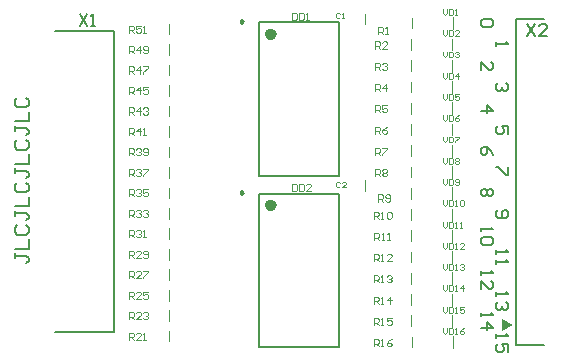
<source format=gto>
G04*
G04 #@! TF.GenerationSoftware,Altium Limited,Altium Designer,19.1.5 (86)*
G04*
G04 Layer_Color=65535*
%FSLAX25Y25*%
%MOIN*%
G70*
G01*
G75*
%ADD10C,0.01968*%
%ADD11C,0.00984*%
%ADD12C,0.00787*%
%ADD13C,0.00394*%
%ADD14C,0.00591*%
%ADD15C,0.00315*%
G36*
X177850Y13555D02*
Y9555D01*
X181350Y11555D01*
X177850Y13555D01*
D02*
G37*
D10*
X101772Y51460D02*
X101279Y52313D01*
X100295D01*
X99803Y51460D01*
X100295Y50608D01*
X101279D01*
X101772Y51460D01*
Y108547D02*
X101279Y109399D01*
X100295D01*
X99803Y108547D01*
X100295Y107694D01*
X101279D01*
X101772Y108547D01*
D11*
X91634Y55752D02*
X90896Y56178D01*
Y55325D01*
X91634Y55752D01*
Y112838D02*
X90896Y113264D01*
Y112412D01*
X91634Y112838D01*
D12*
X182350Y5055D02*
Y113555D01*
X191850D01*
X182350Y5055D02*
X191850D01*
X96850Y4216D02*
X123622D01*
X96850Y55397D02*
X123622D01*
Y4216D02*
Y55397D01*
X96850Y4216D02*
Y55397D01*
X28701Y9252D02*
X48386D01*
Y109646D01*
X28701D02*
X48386D01*
X96850Y61303D02*
Y112484D01*
X123622Y61303D02*
Y112484D01*
X96850D02*
X123622D01*
X96850Y61303D02*
X123622D01*
X15356Y35432D02*
Y33858D01*
Y34645D01*
X19292D01*
X20079Y33858D01*
Y33071D01*
X19292Y32283D01*
X15356Y37006D02*
X20079D01*
Y40155D01*
X16143Y44878D02*
X15356Y44091D01*
Y42516D01*
X16143Y41729D01*
X19292D01*
X20079Y42516D01*
Y44091D01*
X19292Y44878D01*
X15356Y49601D02*
Y48026D01*
Y48814D01*
X19292D01*
X20079Y48026D01*
Y47239D01*
X19292Y46452D01*
X15356Y51175D02*
X20079D01*
Y54324D01*
X16143Y59047D02*
X15356Y58259D01*
Y56685D01*
X16143Y55898D01*
X19292D01*
X20079Y56685D01*
Y58259D01*
X19292Y59047D01*
X15356Y63769D02*
Y62195D01*
Y62982D01*
X19292D01*
X20079Y62195D01*
Y61408D01*
X19292Y60621D01*
X15356Y65344D02*
X20079D01*
Y68492D01*
X16143Y73215D02*
X15356Y72428D01*
Y70854D01*
X16143Y70066D01*
X19292D01*
X20079Y70854D01*
Y72428D01*
X19292Y73215D01*
X15356Y77938D02*
Y76364D01*
Y77151D01*
X19292D01*
X20079Y76364D01*
Y75577D01*
X19292Y74789D01*
X15356Y79512D02*
X20079D01*
Y82661D01*
X16143Y87384D02*
X15356Y86597D01*
Y85022D01*
X16143Y84235D01*
X19292D01*
X20079Y85022D01*
Y86597D01*
X19292Y87384D01*
D13*
X161417Y3905D02*
Y7874D01*
X147736Y4134D02*
Y7677D01*
X132324Y56280D02*
Y59823D01*
X161417Y110205D02*
Y114173D01*
X161319Y53512D02*
Y57480D01*
Y103118D02*
Y107086D01*
Y46425D02*
Y50393D01*
Y96031D02*
Y100000D01*
Y39338D02*
Y43307D01*
Y88945D02*
Y92913D01*
Y32252D02*
Y36220D01*
Y81858D02*
Y85826D01*
Y25165D02*
Y29134D01*
Y74771D02*
Y78740D01*
Y18079D02*
Y22047D01*
Y67685D02*
Y71653D01*
Y10992D02*
Y14961D01*
Y60598D02*
Y64567D01*
X132324Y111852D02*
Y115395D01*
X147638Y11220D02*
Y14764D01*
Y18307D02*
Y21850D01*
Y25394D02*
Y28937D01*
Y32480D02*
Y36023D01*
Y39567D02*
Y43110D01*
Y46653D02*
Y50197D01*
Y53740D02*
Y57283D01*
Y60827D02*
Y64370D01*
Y67913D02*
Y71456D01*
Y75000D02*
Y78543D01*
Y82086D02*
Y85630D01*
Y89173D02*
Y92716D01*
Y96260D02*
Y99803D01*
Y103346D02*
Y106889D01*
X147736Y110433D02*
Y113976D01*
X66929Y26575D02*
Y30118D01*
Y33399D02*
Y36942D01*
Y40223D02*
Y43766D01*
Y47047D02*
Y50591D01*
Y53872D02*
Y57415D01*
Y60696D02*
Y64239D01*
Y67520D02*
Y71063D01*
Y74344D02*
Y77887D01*
Y81168D02*
Y84711D01*
Y87992D02*
Y91535D01*
Y94816D02*
Y98360D01*
Y101640D02*
Y105184D01*
Y108465D02*
Y112008D01*
Y12927D02*
Y16470D01*
Y19751D02*
Y23294D01*
Y6103D02*
Y9646D01*
X107874Y58661D02*
Y56299D01*
X109055D01*
X109448Y56693D01*
Y58267D01*
X109055Y58661D01*
X107874D01*
X110236D02*
Y56299D01*
X111416D01*
X111810Y56693D01*
Y58267D01*
X111416Y58661D01*
X110236D01*
X114171Y56299D02*
X112597D01*
X114171Y57873D01*
Y58267D01*
X113778Y58661D01*
X112990D01*
X112597Y58267D01*
X123753Y59079D02*
X123425Y59407D01*
X122769D01*
X122441Y59079D01*
Y57767D01*
X122769Y57439D01*
X123425D01*
X123753Y57767D01*
X125721Y57439D02*
X124409D01*
X125721Y58751D01*
Y59079D01*
X125393Y59407D01*
X124737D01*
X124409Y59079D01*
X123753Y115419D02*
X123425Y115747D01*
X122769D01*
X122441Y115419D01*
Y114108D01*
X122769Y113779D01*
X123425D01*
X123753Y114108D01*
X124409Y113779D02*
X125065D01*
X124737D01*
Y115747D01*
X124409Y115419D01*
X107874Y115747D02*
Y113386D01*
X109055D01*
X109448Y113779D01*
Y115354D01*
X109055Y115747D01*
X107874D01*
X110236D02*
Y113386D01*
X111416D01*
X111810Y113779D01*
Y115354D01*
X111416Y115747D01*
X110236D01*
X112597Y113386D02*
X113384D01*
X112990D01*
Y115747D01*
X112597Y115354D01*
D14*
X37008Y115353D02*
X39632Y111417D01*
Y115353D02*
X37008Y111417D01*
X40944D02*
X42255D01*
X41600D01*
Y115353D01*
X40944Y114697D01*
X174136Y113583D02*
X174792Y112927D01*
Y111615D01*
X174136Y110959D01*
X171512D01*
X170856Y111615D01*
Y112927D01*
X171512Y113583D01*
X174136D01*
X170866Y29528D02*
Y28216D01*
Y28872D01*
X174802D01*
X174146Y29528D01*
X170866Y23624D02*
Y26248D01*
X173490Y23624D01*
X174146D01*
X174802Y24280D01*
Y25592D01*
X174146Y26248D01*
X170866Y44094D02*
Y42783D01*
Y43439D01*
X174802D01*
X174146Y44094D01*
Y40815D02*
X174802Y40159D01*
Y38847D01*
X174146Y38191D01*
X171522D01*
X170866Y38847D01*
Y40159D01*
X171522Y40815D01*
X174146D01*
X175984Y36614D02*
Y35302D01*
Y35958D01*
X179920D01*
X179264Y36614D01*
X175984Y33334D02*
Y32023D01*
Y32678D01*
X179920D01*
X179264Y33334D01*
X175984Y22441D02*
Y21129D01*
Y21785D01*
X179920D01*
X179264Y22441D01*
Y19161D02*
X179920Y18505D01*
Y17193D01*
X179264Y16537D01*
X178608D01*
X177952Y17193D01*
Y17849D01*
Y17193D01*
X177296Y16537D01*
X176640D01*
X175984Y17193D01*
Y18505D01*
X176640Y19161D01*
X170866Y15748D02*
Y14436D01*
Y15092D01*
X174802D01*
X174146Y15748D01*
X170866Y10500D02*
X174802D01*
X172834Y12468D01*
Y9844D01*
X175984Y8661D02*
Y7350D01*
Y8005D01*
X179920D01*
X179264Y8661D01*
X179920Y2758D02*
Y5382D01*
X177952D01*
X178608Y4070D01*
Y3414D01*
X177952Y2758D01*
X176640D01*
X175984Y3414D01*
Y4726D01*
X176640Y5382D01*
X179920Y64173D02*
Y61549D01*
X179264D01*
X176640Y64173D01*
X175984D01*
Y105905D02*
Y104594D01*
Y105250D01*
X179920D01*
X179264Y105905D01*
X170856Y96643D02*
Y99266D01*
X173480Y96643D01*
X174136D01*
X174792Y97299D01*
Y98611D01*
X174136Y99266D01*
X174792Y68357D02*
X174136Y69668D01*
X172824Y70980D01*
X171512D01*
X170856Y70324D01*
Y69012D01*
X171512Y68357D01*
X172168D01*
X172824Y69012D01*
Y70980D01*
X174136Y57063D02*
X174792Y56407D01*
Y55095D01*
X174136Y54439D01*
X173480D01*
X172824Y55095D01*
X172168Y54439D01*
X171512D01*
X170856Y55095D01*
Y56407D01*
X171512Y57063D01*
X172168D01*
X172824Y56407D01*
X173480Y57063D01*
X174136D01*
X172824Y56407D02*
Y55095D01*
X176640Y50000D02*
X175984Y49344D01*
Y48032D01*
X176640Y47376D01*
X179264D01*
X179920Y48032D01*
Y49344D01*
X179264Y50000D01*
X178608D01*
X177952Y49344D01*
Y47376D01*
X179264Y92126D02*
X179920Y91470D01*
Y90158D01*
X179264Y89502D01*
X178608D01*
X177952Y90158D01*
Y90814D01*
Y90158D01*
X177296Y89502D01*
X176640D01*
X175984Y90158D01*
Y91470D01*
X176640Y92126D01*
X170866Y83072D02*
X174802D01*
X172834Y85039D01*
Y82415D01*
X179920Y75329D02*
Y77953D01*
X177952D01*
X178608Y76641D01*
Y75985D01*
X177952Y75329D01*
X176640D01*
X175984Y75985D01*
Y77297D01*
X176640Y77953D01*
X186221Y111810D02*
X188844Y107874D01*
Y111810D02*
X186221Y107874D01*
X192780D02*
X190156D01*
X192780Y110498D01*
Y111154D01*
X192124Y111810D01*
X190812D01*
X190156Y111154D01*
D15*
X158268Y10629D02*
Y9317D01*
X158924Y8661D01*
X159580Y9317D01*
Y10629D01*
X160236D02*
Y8661D01*
X161220D01*
X161548Y8989D01*
Y10301D01*
X161220Y10629D01*
X160236D01*
X162203Y8661D02*
X162859D01*
X162531D01*
Y10629D01*
X162203Y10301D01*
X165155Y10629D02*
X164499Y10301D01*
X163843Y9645D01*
Y8989D01*
X164171Y8661D01*
X164827D01*
X165155Y8989D01*
Y9317D01*
X164827Y9645D01*
X163843D01*
X135138Y4527D02*
Y6889D01*
X136319D01*
X136712Y6495D01*
Y5708D01*
X136319Y5315D01*
X135138D01*
X135925D02*
X136712Y4527D01*
X137499D02*
X138287D01*
X137893D01*
Y6889D01*
X137499Y6495D01*
X141042Y6889D02*
X140254Y6495D01*
X139467Y5708D01*
Y4921D01*
X139861Y4527D01*
X140648D01*
X141042Y4921D01*
Y5315D01*
X140648Y5708D01*
X139467D01*
X158268Y17716D02*
Y16404D01*
X158924Y15748D01*
X159580Y16404D01*
Y17716D01*
X160236D02*
Y15748D01*
X161220D01*
X161548Y16076D01*
Y17388D01*
X161220Y17716D01*
X160236D01*
X162203Y15748D02*
X162859D01*
X162531D01*
Y17716D01*
X162203Y17388D01*
X165155Y17716D02*
X163843D01*
Y16732D01*
X164499Y17060D01*
X164827D01*
X165155Y16732D01*
Y16076D01*
X164827Y15748D01*
X164171D01*
X163843Y16076D01*
X158268Y24802D02*
Y23491D01*
X158924Y22835D01*
X159580Y23491D01*
Y24802D01*
X160236D02*
Y22835D01*
X161220D01*
X161548Y23163D01*
Y24475D01*
X161220Y24802D01*
X160236D01*
X162203Y22835D02*
X162859D01*
X162531D01*
Y24802D01*
X162203Y24475D01*
X164827Y22835D02*
Y24802D01*
X163843Y23819D01*
X165155D01*
X158268Y31889D02*
Y30577D01*
X158924Y29921D01*
X159580Y30577D01*
Y31889D01*
X160236D02*
Y29921D01*
X161220D01*
X161548Y30249D01*
Y31561D01*
X161220Y31889D01*
X160236D01*
X162203Y29921D02*
X162859D01*
X162531D01*
Y31889D01*
X162203Y31561D01*
X163843D02*
X164171Y31889D01*
X164827D01*
X165155Y31561D01*
Y31233D01*
X164827Y30905D01*
X164499D01*
X164827D01*
X165155Y30577D01*
Y30249D01*
X164827Y29921D01*
X164171D01*
X163843Y30249D01*
X158268Y38976D02*
Y37664D01*
X158924Y37008D01*
X159580Y37664D01*
Y38976D01*
X160236D02*
Y37008D01*
X161220D01*
X161548Y37336D01*
Y38648D01*
X161220Y38976D01*
X160236D01*
X162203Y37008D02*
X162859D01*
X162531D01*
Y38976D01*
X162203Y38648D01*
X165155Y37008D02*
X163843D01*
X165155Y38320D01*
Y38648D01*
X164827Y38976D01*
X164171D01*
X163843Y38648D01*
X158268Y46062D02*
Y44750D01*
X158924Y44094D01*
X159580Y44750D01*
Y46062D01*
X160236D02*
Y44094D01*
X161220D01*
X161548Y44422D01*
Y45734D01*
X161220Y46062D01*
X160236D01*
X162203Y44094D02*
X162859D01*
X162531D01*
Y46062D01*
X162203Y45734D01*
X163843Y44094D02*
X164499D01*
X164171D01*
Y46062D01*
X163843Y45734D01*
X158268Y53149D02*
Y51837D01*
X158924Y51181D01*
X159580Y51837D01*
Y53149D01*
X160236D02*
Y51181D01*
X161220D01*
X161548Y51509D01*
Y52821D01*
X161220Y53149D01*
X160236D01*
X162203Y51181D02*
X162859D01*
X162531D01*
Y53149D01*
X162203Y52821D01*
X163843D02*
X164171Y53149D01*
X164827D01*
X165155Y52821D01*
Y51509D01*
X164827Y51181D01*
X164171D01*
X163843Y51509D01*
Y52821D01*
X158268Y60236D02*
Y58924D01*
X158924Y58268D01*
X159580Y58924D01*
Y60236D01*
X160236D02*
Y58268D01*
X161220D01*
X161548Y58596D01*
Y59908D01*
X161220Y60236D01*
X160236D01*
X162203Y58596D02*
X162531Y58268D01*
X163187D01*
X163515Y58596D01*
Y59908D01*
X163187Y60236D01*
X162531D01*
X162203Y59908D01*
Y59579D01*
X162531Y59252D01*
X163515D01*
X158268Y67322D02*
Y66010D01*
X158924Y65354D01*
X159580Y66010D01*
Y67322D01*
X160236D02*
Y65354D01*
X161220D01*
X161548Y65682D01*
Y66994D01*
X161220Y67322D01*
X160236D01*
X162203Y66994D02*
X162531Y67322D01*
X163187D01*
X163515Y66994D01*
Y66666D01*
X163187Y66338D01*
X163515Y66010D01*
Y65682D01*
X163187Y65354D01*
X162531D01*
X162203Y65682D01*
Y66010D01*
X162531Y66338D01*
X162203Y66666D01*
Y66994D01*
X162531Y66338D02*
X163187D01*
X158268Y74409D02*
Y73097D01*
X158924Y72441D01*
X159580Y73097D01*
Y74409D01*
X160236D02*
Y72441D01*
X161220D01*
X161548Y72769D01*
Y74081D01*
X161220Y74409D01*
X160236D01*
X162203D02*
X163515D01*
Y74081D01*
X162203Y72769D01*
Y72441D01*
X158268Y81495D02*
Y80183D01*
X158924Y79527D01*
X159580Y80183D01*
Y81495D01*
X160236D02*
Y79527D01*
X161220D01*
X161548Y79855D01*
Y81167D01*
X161220Y81495D01*
X160236D01*
X163515D02*
X162859Y81167D01*
X162203Y80511D01*
Y79855D01*
X162531Y79527D01*
X163187D01*
X163515Y79855D01*
Y80183D01*
X163187Y80511D01*
X162203D01*
X158268Y88582D02*
Y87270D01*
X158924Y86614D01*
X159580Y87270D01*
Y88582D01*
X160236D02*
Y86614D01*
X161220D01*
X161548Y86942D01*
Y88254D01*
X161220Y88582D01*
X160236D01*
X163515D02*
X162203D01*
Y87598D01*
X162859Y87926D01*
X163187D01*
X163515Y87598D01*
Y86942D01*
X163187Y86614D01*
X162531D01*
X162203Y86942D01*
X158268Y95669D02*
Y94357D01*
X158924Y93701D01*
X159580Y94357D01*
Y95669D01*
X160236D02*
Y93701D01*
X161220D01*
X161548Y94029D01*
Y95341D01*
X161220Y95669D01*
X160236D01*
X163187Y93701D02*
Y95669D01*
X162203Y94685D01*
X163515D01*
X158268Y102755D02*
Y101443D01*
X158924Y100787D01*
X159580Y101443D01*
Y102755D01*
X160236D02*
Y100787D01*
X161220D01*
X161548Y101115D01*
Y102427D01*
X161220Y102755D01*
X160236D01*
X162203Y102427D02*
X162531Y102755D01*
X163187D01*
X163515Y102427D01*
Y102099D01*
X163187Y101771D01*
X162859D01*
X163187D01*
X163515Y101443D01*
Y101115D01*
X163187Y100787D01*
X162531D01*
X162203Y101115D01*
X158268Y109842D02*
Y108530D01*
X158924Y107874D01*
X159580Y108530D01*
Y109842D01*
X160236D02*
Y107874D01*
X161220D01*
X161548Y108202D01*
Y109514D01*
X161220Y109842D01*
X160236D01*
X163515Y107874D02*
X162203D01*
X163515Y109186D01*
Y109514D01*
X163187Y109842D01*
X162531D01*
X162203Y109514D01*
X158268Y116928D02*
Y115617D01*
X158924Y114961D01*
X159580Y115617D01*
Y116928D01*
X160236D02*
Y114961D01*
X161220D01*
X161548Y115288D01*
Y116600D01*
X161220Y116928D01*
X160236D01*
X162203Y114961D02*
X162859D01*
X162531D01*
Y116928D01*
X162203Y116600D01*
X135138Y11614D02*
Y13976D01*
X136319D01*
X136712Y13582D01*
Y12795D01*
X136319Y12401D01*
X135138D01*
X135925D02*
X136712Y11614D01*
X137499D02*
X138287D01*
X137893D01*
Y13976D01*
X137499Y13582D01*
X141042Y13976D02*
X139467D01*
Y12795D01*
X140254Y13188D01*
X140648D01*
X141042Y12795D01*
Y12008D01*
X140648Y11614D01*
X139861D01*
X139467Y12008D01*
X135138Y18701D02*
Y21062D01*
X136319D01*
X136712Y20669D01*
Y19881D01*
X136319Y19488D01*
X135138D01*
X135925D02*
X136712Y18701D01*
X137499D02*
X138287D01*
X137893D01*
Y21062D01*
X137499Y20669D01*
X140648Y18701D02*
Y21062D01*
X139467Y19881D01*
X141042D01*
X135138Y25787D02*
Y28149D01*
X136319D01*
X136712Y27755D01*
Y26968D01*
X136319Y26575D01*
X135138D01*
X135925D02*
X136712Y25787D01*
X137499D02*
X138287D01*
X137893D01*
Y28149D01*
X137499Y27755D01*
X139467D02*
X139861Y28149D01*
X140648D01*
X141042Y27755D01*
Y27362D01*
X140648Y26968D01*
X140254D01*
X140648D01*
X141042Y26575D01*
Y26181D01*
X140648Y25787D01*
X139861D01*
X139467Y26181D01*
X135138Y32874D02*
Y35235D01*
X136319D01*
X136712Y34842D01*
Y34055D01*
X136319Y33661D01*
X135138D01*
X135925D02*
X136712Y32874D01*
X137499D02*
X138287D01*
X137893D01*
Y35235D01*
X137499Y34842D01*
X141042Y32874D02*
X139467D01*
X141042Y34448D01*
Y34842D01*
X140648Y35235D01*
X139861D01*
X139467Y34842D01*
X135335Y39961D02*
Y42322D01*
X136515D01*
X136909Y41928D01*
Y41141D01*
X136515Y40748D01*
X135335D01*
X136122D02*
X136909Y39961D01*
X137696D02*
X138483D01*
X138090D01*
Y42322D01*
X137696Y41928D01*
X139664Y39961D02*
X140451D01*
X140058D01*
Y42322D01*
X139664Y41928D01*
X135138Y47047D02*
Y49409D01*
X136319D01*
X136712Y49015D01*
Y48228D01*
X136319Y47834D01*
X135138D01*
X135925D02*
X136712Y47047D01*
X137499D02*
X138287D01*
X137893D01*
Y49409D01*
X137499Y49015D01*
X139467D02*
X139861Y49409D01*
X140648D01*
X141042Y49015D01*
Y47441D01*
X140648Y47047D01*
X139861D01*
X139467Y47441D01*
Y49015D01*
X136614Y52756D02*
Y55117D01*
X137795D01*
X138189Y54724D01*
Y53937D01*
X137795Y53543D01*
X136614D01*
X137401D02*
X138189Y52756D01*
X138976Y53149D02*
X139369Y52756D01*
X140156D01*
X140550Y53149D01*
Y54724D01*
X140156Y55117D01*
X139369D01*
X138976Y54724D01*
Y54330D01*
X139369Y53937D01*
X140550D01*
X135630Y61220D02*
Y63582D01*
X136811D01*
X137204Y63188D01*
Y62401D01*
X136811Y62007D01*
X135630D01*
X136417D02*
X137204Y61220D01*
X137991Y63188D02*
X138385Y63582D01*
X139172D01*
X139566Y63188D01*
Y62795D01*
X139172Y62401D01*
X139566Y62007D01*
Y61614D01*
X139172Y61220D01*
X138385D01*
X137991Y61614D01*
Y62007D01*
X138385Y62401D01*
X137991Y62795D01*
Y63188D01*
X138385Y62401D02*
X139172D01*
X135630Y68307D02*
Y70668D01*
X136811D01*
X137204Y70275D01*
Y69488D01*
X136811Y69094D01*
X135630D01*
X136417D02*
X137204Y68307D01*
X137991Y70668D02*
X139566D01*
Y70275D01*
X137991Y68701D01*
Y68307D01*
X135630Y75394D02*
Y77755D01*
X136811D01*
X137204Y77362D01*
Y76574D01*
X136811Y76181D01*
X135630D01*
X136417D02*
X137204Y75394D01*
X139566Y77755D02*
X138779Y77362D01*
X137991Y76574D01*
Y75787D01*
X138385Y75394D01*
X139172D01*
X139566Y75787D01*
Y76181D01*
X139172Y76574D01*
X137991D01*
X135630Y82480D02*
Y84842D01*
X136811D01*
X137204Y84448D01*
Y83661D01*
X136811Y83267D01*
X135630D01*
X136417D02*
X137204Y82480D01*
X139566Y84842D02*
X137991D01*
Y83661D01*
X138779Y84054D01*
X139172D01*
X139566Y83661D01*
Y82874D01*
X139172Y82480D01*
X138385D01*
X137991Y82874D01*
X135630Y89567D02*
Y91928D01*
X136811D01*
X137204Y91535D01*
Y90747D01*
X136811Y90354D01*
X135630D01*
X136417D02*
X137204Y89567D01*
X139172D02*
Y91928D01*
X137991Y90747D01*
X139566D01*
X135630Y96653D02*
Y99015D01*
X136811D01*
X137204Y98621D01*
Y97834D01*
X136811Y97441D01*
X135630D01*
X136417D02*
X137204Y96653D01*
X137991Y98621D02*
X138385Y99015D01*
X139172D01*
X139566Y98621D01*
Y98228D01*
X139172Y97834D01*
X138779D01*
X139172D01*
X139566Y97441D01*
Y97047D01*
X139172Y96653D01*
X138385D01*
X137991Y97047D01*
X135630Y103740D02*
Y106102D01*
X136811D01*
X137204Y105708D01*
Y104921D01*
X136811Y104527D01*
X135630D01*
X136417D02*
X137204Y103740D01*
X139566D02*
X137991D01*
X139566Y105314D01*
Y105708D01*
X139172Y106102D01*
X138385D01*
X137991Y105708D01*
X136614Y108547D02*
Y110908D01*
X137795D01*
X138189Y110515D01*
Y109728D01*
X137795Y109334D01*
X136614D01*
X137401D02*
X138189Y108547D01*
X138976D02*
X139763D01*
X139369D01*
Y110908D01*
X138976Y110515D01*
X53543Y27165D02*
Y29527D01*
X54724D01*
X55118Y29133D01*
Y28346D01*
X54724Y27953D01*
X53543D01*
X54330D02*
X55118Y27165D01*
X57479D02*
X55905D01*
X57479Y28740D01*
Y29133D01*
X57086Y29527D01*
X56298D01*
X55905Y29133D01*
X58266Y29527D02*
X59841D01*
Y29133D01*
X58266Y27559D01*
Y27165D01*
X53543Y33990D02*
Y36351D01*
X54724D01*
X55118Y35957D01*
Y35170D01*
X54724Y34777D01*
X53543D01*
X54330D02*
X55118Y33990D01*
X57479D02*
X55905D01*
X57479Y35564D01*
Y35957D01*
X57086Y36351D01*
X56298D01*
X55905Y35957D01*
X58266Y34383D02*
X58660Y33990D01*
X59447D01*
X59841Y34383D01*
Y35957D01*
X59447Y36351D01*
X58660D01*
X58266Y35957D01*
Y35564D01*
X58660Y35170D01*
X59841D01*
X53543Y40814D02*
Y43175D01*
X54724D01*
X55118Y42782D01*
Y41994D01*
X54724Y41601D01*
X53543D01*
X54330D02*
X55118Y40814D01*
X55905Y42782D02*
X56298Y43175D01*
X57086D01*
X57479Y42782D01*
Y42388D01*
X57086Y41994D01*
X56692D01*
X57086D01*
X57479Y41601D01*
Y41207D01*
X57086Y40814D01*
X56298D01*
X55905Y41207D01*
X58266Y40814D02*
X59053D01*
X58660D01*
Y43175D01*
X58266Y42782D01*
X53543Y47638D02*
Y49999D01*
X54724D01*
X55118Y49606D01*
Y48818D01*
X54724Y48425D01*
X53543D01*
X54330D02*
X55118Y47638D01*
X55905Y49606D02*
X56298Y49999D01*
X57086D01*
X57479Y49606D01*
Y49212D01*
X57086Y48818D01*
X56692D01*
X57086D01*
X57479Y48425D01*
Y48031D01*
X57086Y47638D01*
X56298D01*
X55905Y48031D01*
X58266Y49606D02*
X58660Y49999D01*
X59447D01*
X59841Y49606D01*
Y49212D01*
X59447Y48818D01*
X59053D01*
X59447D01*
X59841Y48425D01*
Y48031D01*
X59447Y47638D01*
X58660D01*
X58266Y48031D01*
X53543Y54462D02*
Y56823D01*
X54724D01*
X55118Y56430D01*
Y55643D01*
X54724Y55249D01*
X53543D01*
X54330D02*
X55118Y54462D01*
X55905Y56430D02*
X56298Y56823D01*
X57086D01*
X57479Y56430D01*
Y56036D01*
X57086Y55643D01*
X56692D01*
X57086D01*
X57479Y55249D01*
Y54856D01*
X57086Y54462D01*
X56298D01*
X55905Y54856D01*
X59841Y56823D02*
X58266D01*
Y55643D01*
X59053Y56036D01*
X59447D01*
X59841Y55643D01*
Y54856D01*
X59447Y54462D01*
X58660D01*
X58266Y54856D01*
X53543Y61286D02*
Y63648D01*
X54724D01*
X55118Y63254D01*
Y62467D01*
X54724Y62073D01*
X53543D01*
X54330D02*
X55118Y61286D01*
X55905Y63254D02*
X56298Y63648D01*
X57086D01*
X57479Y63254D01*
Y62860D01*
X57086Y62467D01*
X56692D01*
X57086D01*
X57479Y62073D01*
Y61680D01*
X57086Y61286D01*
X56298D01*
X55905Y61680D01*
X58266Y63648D02*
X59841D01*
Y63254D01*
X58266Y61680D01*
Y61286D01*
X53543Y68110D02*
Y70472D01*
X54724D01*
X55118Y70078D01*
Y69291D01*
X54724Y68897D01*
X53543D01*
X54330D02*
X55118Y68110D01*
X55905Y70078D02*
X56298Y70472D01*
X57086D01*
X57479Y70078D01*
Y69684D01*
X57086Y69291D01*
X56692D01*
X57086D01*
X57479Y68897D01*
Y68504D01*
X57086Y68110D01*
X56298D01*
X55905Y68504D01*
X58266D02*
X58660Y68110D01*
X59447D01*
X59841Y68504D01*
Y70078D01*
X59447Y70472D01*
X58660D01*
X58266Y70078D01*
Y69684D01*
X58660Y69291D01*
X59841D01*
X53543Y74934D02*
Y77296D01*
X54724D01*
X55118Y76902D01*
Y76115D01*
X54724Y75722D01*
X53543D01*
X54330D02*
X55118Y74934D01*
X57086D02*
Y77296D01*
X55905Y76115D01*
X57479D01*
X58266Y74934D02*
X59053D01*
X58660D01*
Y77296D01*
X58266Y76902D01*
X53543Y81758D02*
Y84120D01*
X54724D01*
X55118Y83726D01*
Y82939D01*
X54724Y82546D01*
X53543D01*
X54330D02*
X55118Y81758D01*
X57086D02*
Y84120D01*
X55905Y82939D01*
X57479D01*
X58266Y83726D02*
X58660Y84120D01*
X59447D01*
X59841Y83726D01*
Y83333D01*
X59447Y82939D01*
X59053D01*
X59447D01*
X59841Y82546D01*
Y82152D01*
X59447Y81758D01*
X58660D01*
X58266Y82152D01*
X53543Y88583D02*
Y90944D01*
X54724D01*
X55118Y90551D01*
Y89763D01*
X54724Y89370D01*
X53543D01*
X54330D02*
X55118Y88583D01*
X57086D02*
Y90944D01*
X55905Y89763D01*
X57479D01*
X59841Y90944D02*
X58266D01*
Y89763D01*
X59053Y90157D01*
X59447D01*
X59841Y89763D01*
Y88976D01*
X59447Y88583D01*
X58660D01*
X58266Y88976D01*
X53543Y95407D02*
Y97768D01*
X54724D01*
X55118Y97375D01*
Y96588D01*
X54724Y96194D01*
X53543D01*
X54330D02*
X55118Y95407D01*
X57086D02*
Y97768D01*
X55905Y96588D01*
X57479D01*
X58266Y97768D02*
X59841D01*
Y97375D01*
X58266Y95800D01*
Y95407D01*
X53543Y102231D02*
Y104592D01*
X54724D01*
X55118Y104199D01*
Y103412D01*
X54724Y103018D01*
X53543D01*
X54330D02*
X55118Y102231D01*
X57086D02*
Y104592D01*
X55905Y103412D01*
X57479D01*
X58266Y102624D02*
X58660Y102231D01*
X59447D01*
X59841Y102624D01*
Y104199D01*
X59447Y104592D01*
X58660D01*
X58266Y104199D01*
Y103805D01*
X58660Y103412D01*
X59841D01*
X53543Y109055D02*
Y111416D01*
X54724D01*
X55118Y111023D01*
Y110236D01*
X54724Y109842D01*
X53543D01*
X54330D02*
X55118Y109055D01*
X57479Y111416D02*
X55905D01*
Y110236D01*
X56692Y110629D01*
X57086D01*
X57479Y110236D01*
Y109449D01*
X57086Y109055D01*
X56298D01*
X55905Y109449D01*
X58266Y109055D02*
X59053D01*
X58660D01*
Y111416D01*
X58266Y111023D01*
X53543Y13517D02*
Y15879D01*
X54724D01*
X55118Y15485D01*
Y14698D01*
X54724Y14304D01*
X53543D01*
X54330D02*
X55118Y13517D01*
X57479D02*
X55905D01*
X57479Y15091D01*
Y15485D01*
X57086Y15879D01*
X56298D01*
X55905Y15485D01*
X58266D02*
X58660Y15879D01*
X59447D01*
X59841Y15485D01*
Y15091D01*
X59447Y14698D01*
X59053D01*
X59447D01*
X59841Y14304D01*
Y13911D01*
X59447Y13517D01*
X58660D01*
X58266Y13911D01*
X53543Y20341D02*
Y22703D01*
X54724D01*
X55118Y22309D01*
Y21522D01*
X54724Y21128D01*
X53543D01*
X54330D02*
X55118Y20341D01*
X57479D02*
X55905D01*
X57479Y21916D01*
Y22309D01*
X57086Y22703D01*
X56298D01*
X55905Y22309D01*
X59841Y22703D02*
X58266D01*
Y21522D01*
X59053Y21916D01*
X59447D01*
X59841Y21522D01*
Y20735D01*
X59447Y20341D01*
X58660D01*
X58266Y20735D01*
X53543Y6693D02*
Y9054D01*
X54724D01*
X55118Y8661D01*
Y7874D01*
X54724Y7480D01*
X53543D01*
X54330D02*
X55118Y6693D01*
X57479D02*
X55905D01*
X57479Y8267D01*
Y8661D01*
X57086Y9054D01*
X56298D01*
X55905Y8661D01*
X58266Y6693D02*
X59053D01*
X58660D01*
Y9054D01*
X58266Y8661D01*
M02*

</source>
